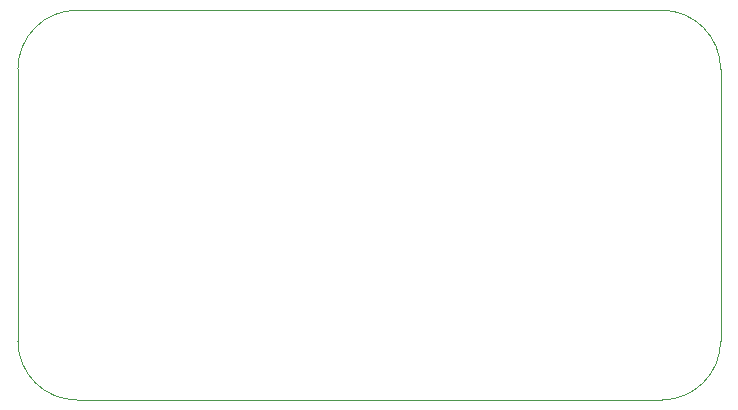
<source format=gbr>
%TF.GenerationSoftware,KiCad,Pcbnew,(5.1.6)-1*%
%TF.CreationDate,2020-06-16T18:44:35+01:00*%
%TF.ProjectId,I_sense_pcb,495f7365-6e73-4655-9f70-63622e6b6963,rev?*%
%TF.SameCoordinates,Original*%
%TF.FileFunction,Profile,NP*%
%FSLAX46Y46*%
G04 Gerber Fmt 4.6, Leading zero omitted, Abs format (unit mm)*
G04 Created by KiCad (PCBNEW (5.1.6)-1) date 2020-06-16 18:44:35*
%MOMM*%
%LPD*%
G01*
G04 APERTURE LIST*
%TA.AperFunction,Profile*%
%ADD10C,0.050000*%
%TD*%
G04 APERTURE END LIST*
D10*
X161500000Y-53500000D02*
X112000000Y-53500000D01*
X112000000Y-86500000D02*
X161500000Y-86500000D01*
X166500000Y-81500000D02*
X166500000Y-58500000D01*
X107000000Y-58500000D02*
X107000000Y-81500000D01*
X107000000Y-58500000D02*
G75*
G02*
X112000000Y-53500000I5000000J0D01*
G01*
X112000000Y-86500000D02*
G75*
G02*
X107000000Y-81500000I0J5000000D01*
G01*
X161500000Y-53500000D02*
G75*
G02*
X166500000Y-58500000I0J-5000000D01*
G01*
X166500000Y-81500000D02*
G75*
G02*
X161500000Y-86500000I-5000000J0D01*
G01*
M02*

</source>
